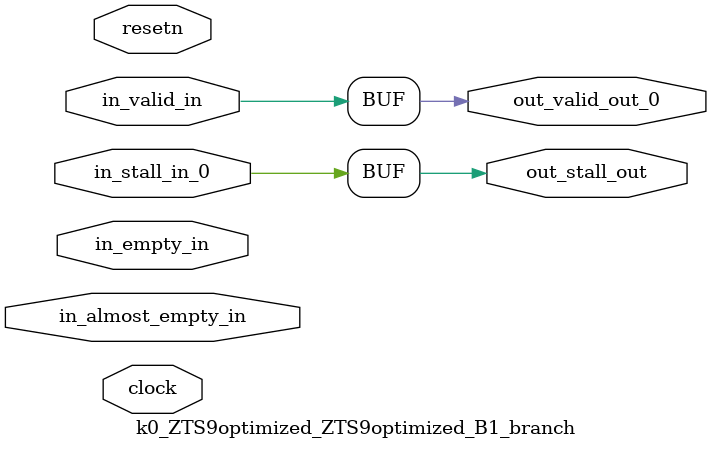
<source format=sv>



(* altera_attribute = "-name AUTO_SHIFT_REGISTER_RECOGNITION OFF; -name MESSAGE_DISABLE 10036; -name MESSAGE_DISABLE 10037; -name MESSAGE_DISABLE 14130; -name MESSAGE_DISABLE 14320; -name MESSAGE_DISABLE 15400; -name MESSAGE_DISABLE 14130; -name MESSAGE_DISABLE 10036; -name MESSAGE_DISABLE 12020; -name MESSAGE_DISABLE 12030; -name MESSAGE_DISABLE 12010; -name MESSAGE_DISABLE 12110; -name MESSAGE_DISABLE 14320; -name MESSAGE_DISABLE 13410; -name MESSAGE_DISABLE 113007; -name MESSAGE_DISABLE 10958" *)
module k0_ZTS9optimized_ZTS9optimized_B1_branch (
    input wire [0:0] in_almost_empty_in,
    input wire [0:0] in_empty_in,
    input wire [0:0] in_stall_in_0,
    input wire [0:0] in_valid_in,
    output wire [0:0] out_stall_out,
    output wire [0:0] out_valid_out_0,
    input wire clock,
    input wire resetn
    );

    reg [0:0] rst_sync_rst_sclrn;


    // out_stall_out(GPOUT,6)
    assign out_stall_out = in_stall_in_0;

    // out_valid_out_0(GPOUT,7)
    assign out_valid_out_0 = in_valid_in;

    // rst_sync(RESETSYNC,8)
    acl_reset_handler #(
        .ASYNC_RESET(0),
        .USE_SYNCHRONIZER(1),
        .PULSE_EXTENSION(0),
        .PIPE_DEPTH(3),
        .DUPLICATE(1)
    ) therst_sync (
        .clk(clock),
        .i_resetn(resetn),
        .o_sclrn(rst_sync_rst_sclrn)
    );

endmodule

</source>
